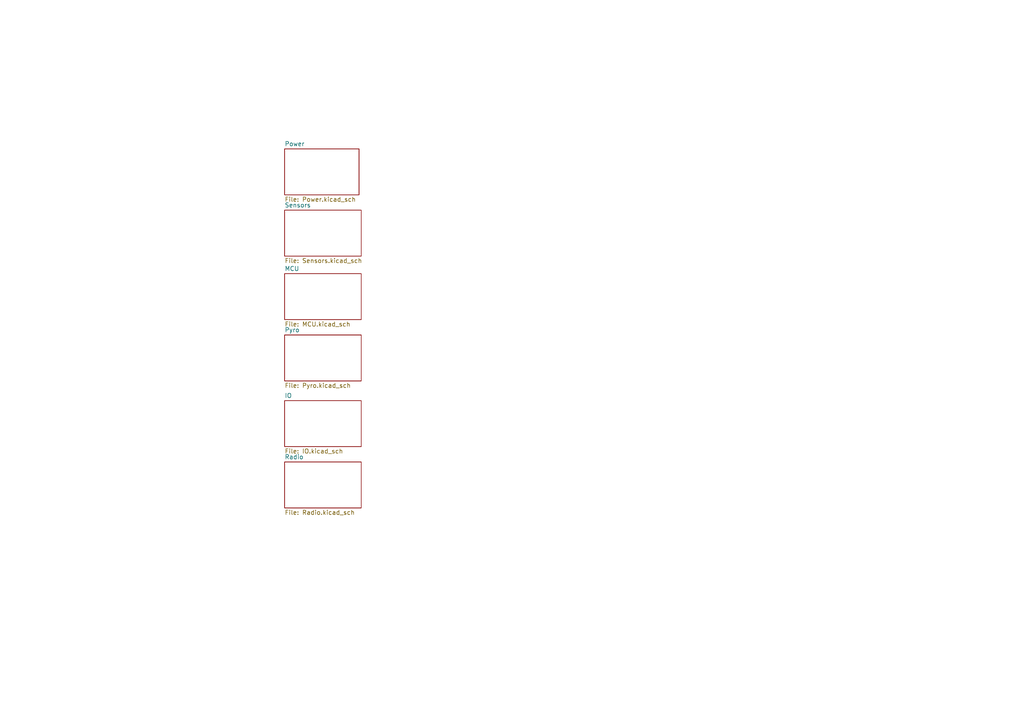
<source format=kicad_sch>
(kicad_sch
	(version 20250114)
	(generator "eeschema")
	(generator_version "9.0")
	(uuid "4254ccd1-49f4-4fe6-9bf7-ccb200d73af4")
	(paper "A4")
	(title_block
		(title "Flight Computer")
		(company "Pioneer Rocketry")
	)
	(lib_symbols)
	(sheet
		(at 82.55 116.205)
		(size 22.225 13.335)
		(exclude_from_sim no)
		(in_bom yes)
		(on_board yes)
		(dnp no)
		(fields_autoplaced yes)
		(stroke
			(width 0.1524)
			(type solid)
		)
		(fill
			(color 0 0 0 0.0000)
		)
		(uuid "0a0b3d01-7422-42e0-b725-ff9e85b891ec")
		(property "Sheetname" "IO"
			(at 82.55 115.4934 0)
			(effects
				(font
					(size 1.27 1.27)
				)
				(justify left bottom)
			)
		)
		(property "Sheetfile" "IO.kicad_sch"
			(at 82.55 130.1246 0)
			(effects
				(font
					(size 1.27 1.27)
				)
				(justify left top)
			)
		)
		(instances
			(project "Flight Computer v3"
				(path "/4254ccd1-49f4-4fe6-9bf7-ccb200d73af4"
					(page "6")
				)
			)
		)
	)
	(sheet
		(at 82.55 133.985)
		(size 22.225 13.335)
		(exclude_from_sim no)
		(in_bom yes)
		(on_board yes)
		(dnp no)
		(fields_autoplaced yes)
		(stroke
			(width 0.1524)
			(type solid)
		)
		(fill
			(color 0 0 0 0.0000)
		)
		(uuid "b5b3f2b6-4604-4088-8488-54d61b2ee536")
		(property "Sheetname" "Radio"
			(at 82.55 133.2734 0)
			(effects
				(font
					(size 1.27 1.27)
				)
				(justify left bottom)
			)
		)
		(property "Sheetfile" "Radio.kicad_sch"
			(at 82.55 147.9046 0)
			(effects
				(font
					(size 1.27 1.27)
				)
				(justify left top)
			)
		)
		(instances
			(project "Flight Computer v3"
				(path "/4254ccd1-49f4-4fe6-9bf7-ccb200d73af4"
					(page "7")
				)
			)
		)
	)
	(sheet
		(at 82.55 60.96)
		(size 22.225 13.335)
		(exclude_from_sim no)
		(in_bom yes)
		(on_board yes)
		(dnp no)
		(fields_autoplaced yes)
		(stroke
			(width 0.1524)
			(type solid)
		)
		(fill
			(color 0 0 0 0.0000)
		)
		(uuid "c6ca0e5c-eb30-4ed2-9f63-dd4973f3175a")
		(property "Sheetname" "Sensors"
			(at 82.55 60.2484 0)
			(effects
				(font
					(size 1.27 1.27)
				)
				(justify left bottom)
			)
		)
		(property "Sheetfile" "Sensors.kicad_sch"
			(at 82.55 74.8796 0)
			(effects
				(font
					(size 1.27 1.27)
				)
				(justify left top)
			)
		)
		(instances
			(project "Flight Computer v3"
				(path "/4254ccd1-49f4-4fe6-9bf7-ccb200d73af4"
					(page "3")
				)
			)
		)
	)
	(sheet
		(at 82.55 43.18)
		(size 21.59 13.335)
		(exclude_from_sim no)
		(in_bom yes)
		(on_board yes)
		(dnp no)
		(fields_autoplaced yes)
		(stroke
			(width 0.1524)
			(type solid)
		)
		(fill
			(color 0 0 0 0.0000)
		)
		(uuid "ce25203d-742b-46bf-b676-aa9cb5879333")
		(property "Sheetname" "Power"
			(at 82.55 42.4684 0)
			(effects
				(font
					(size 1.27 1.27)
				)
				(justify left bottom)
			)
		)
		(property "Sheetfile" "Power.kicad_sch"
			(at 82.55 57.0996 0)
			(effects
				(font
					(size 1.27 1.27)
				)
				(justify left top)
			)
		)
		(instances
			(project "Flight Computer v3"
				(path "/4254ccd1-49f4-4fe6-9bf7-ccb200d73af4"
					(page "2")
				)
			)
		)
	)
	(sheet
		(at 82.55 79.375)
		(size 22.225 13.335)
		(exclude_from_sim no)
		(in_bom yes)
		(on_board yes)
		(dnp no)
		(fields_autoplaced yes)
		(stroke
			(width 0.1524)
			(type solid)
		)
		(fill
			(color 0 0 0 0.0000)
		)
		(uuid "d0598f39-31ca-47e7-8156-229135d6220f")
		(property "Sheetname" "MCU"
			(at 82.55 78.6634 0)
			(effects
				(font
					(size 1.27 1.27)
				)
				(justify left bottom)
			)
		)
		(property "Sheetfile" "MCU.kicad_sch"
			(at 82.55 93.2946 0)
			(effects
				(font
					(size 1.27 1.27)
				)
				(justify left top)
			)
		)
		(instances
			(project "Flight Computer v3"
				(path "/4254ccd1-49f4-4fe6-9bf7-ccb200d73af4"
					(page "5")
				)
			)
		)
	)
	(sheet
		(at 82.55 97.155)
		(size 22.225 13.335)
		(exclude_from_sim no)
		(in_bom yes)
		(on_board yes)
		(dnp no)
		(fields_autoplaced yes)
		(stroke
			(width 0.1524)
			(type solid)
		)
		(fill
			(color 0 0 0 0.0000)
		)
		(uuid "f595cd26-832b-4750-b9f5-43cd274712c7")
		(property "Sheetname" "Pyro"
			(at 82.55 96.4434 0)
			(effects
				(font
					(size 1.27 1.27)
				)
				(justify left bottom)
			)
		)
		(property "Sheetfile" "Pyro.kicad_sch"
			(at 82.55 111.0746 0)
			(effects
				(font
					(size 1.27 1.27)
				)
				(justify left top)
			)
		)
		(instances
			(project "Flight Computer v3"
				(path "/4254ccd1-49f4-4fe6-9bf7-ccb200d73af4"
					(page "4")
				)
			)
		)
	)
	(sheet_instances
		(path "/"
			(page "1")
		)
	)
	(embedded_fonts no)
)

</source>
